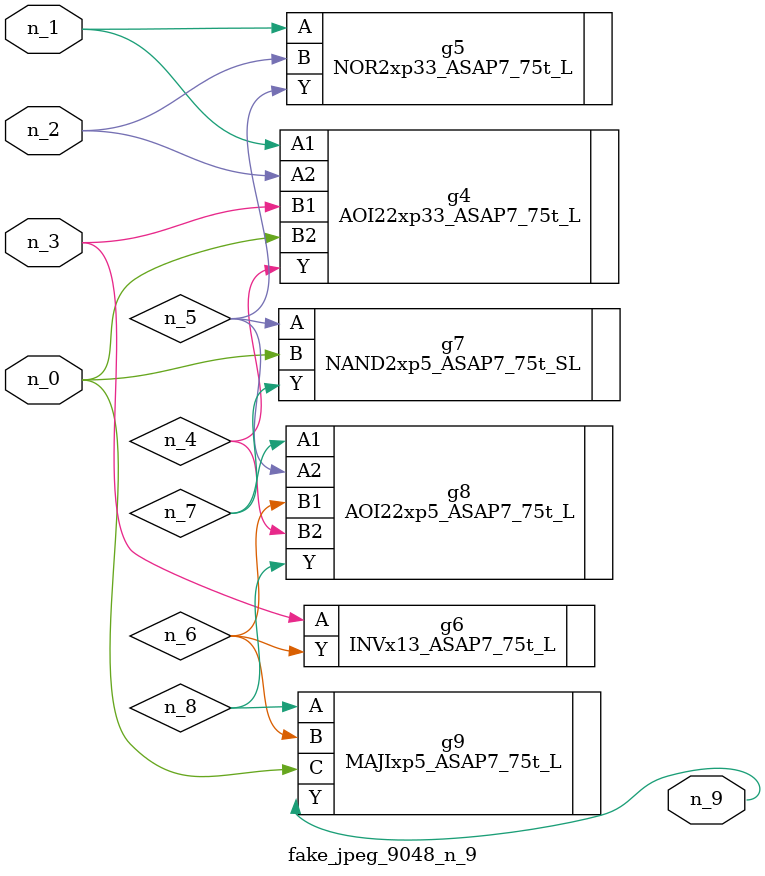
<source format=v>
module fake_jpeg_9048_n_9 (n_0, n_3, n_2, n_1, n_9);

input n_0;
input n_3;
input n_2;
input n_1;

output n_9;

wire n_4;
wire n_8;
wire n_6;
wire n_5;
wire n_7;

AOI22xp33_ASAP7_75t_L g4 ( 
.A1(n_1),
.A2(n_2),
.B1(n_3),
.B2(n_0),
.Y(n_4)
);

NOR2xp33_ASAP7_75t_L g5 ( 
.A(n_1),
.B(n_2),
.Y(n_5)
);

INVx13_ASAP7_75t_L g6 ( 
.A(n_3),
.Y(n_6)
);

NAND2xp5_ASAP7_75t_SL g7 ( 
.A(n_5),
.B(n_0),
.Y(n_7)
);

AOI22xp5_ASAP7_75t_L g8 ( 
.A1(n_7),
.A2(n_5),
.B1(n_6),
.B2(n_4),
.Y(n_8)
);

MAJIxp5_ASAP7_75t_L g9 ( 
.A(n_8),
.B(n_6),
.C(n_0),
.Y(n_9)
);


endmodule
</source>
